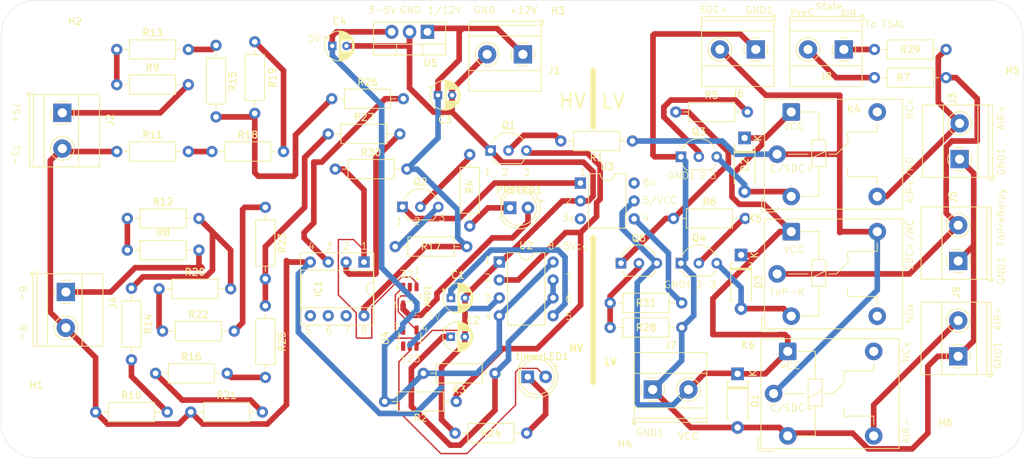
<source format=kicad_pcb>
(kicad_pcb (version 20240108) (generator "pcbnew") (generator_version "8.0")
  (layers (0 "F.Cu" signal) (31 "B.Cu" signal) (34 "B.Paste" user) (35 "F.Paste" user) (36 "B.SilkS" user "B.Silkscreen") (37 "F.SilkS" user "F.Silkscreen") (38 "B.Mask" user) (39 "F.Mask" user) (44 "Edge.Cuts" user))
  (net 0 "")
  (net 1 "Net-(U2-CV)")
  (net 2 "Net-(U2-DIS)")
  (net 3 "5V")
  (net 4 "Net-(D2-A)")
  (net 5 "Net-(D3-A)")
  (net 8 "+12V")
  (net 10 "AIR-VE")
  (net 11 "AIR+VE")
  (net 12 "GateO{slash}p")
  (net 13 "Net-(Q1-C)")
  (net 14 "Net-(Q1-B)")
  (net 15 "Net-(Q2-E)")
  (net 16 "Net-(Q2-B)")
  (net 17 "Net-(Q2-C)")
  (net 18 "Net-(Q3-B)")
  (net 19 "Net-(Q4-B)")
  (net 20 "ToPreChargeRelay")
  (net 21 "Main+veContactorOn")
  (net 22 "Net-(Q6-B)")
  (net 23 "SDC+")
  (net 25 "Net-(R12-Pad1)")
  (net 26 "Net-(R13-Pad1)")
  (net 27 "Net-(R10-Pad2)")
  (net 28 "Net-(R11-Pad2)")
  (net 29 "Net-(R12-Pad2)")
  (net 30 "Net-(R13-Pad2)")
  (net 31 "Net-(R15-Pad2)")
  (net 32 "Net-(R16-Pad2)")
  (net 33 "Net-(R16-Pad1)")
  (net 34 "Net-(R18-Pad2)")
  (net 35 "Net-(R20-Pad1)")
  (net 36 "Net-(R22-Pad2)")
  (net 37 "Net-(R23-Pad2)")
  (net 38 "Net-(timerLED1-K)")
  (net 39 "Net-(IC1-1IN+)")
  (net 40 "Net-(IC1-1IN-)")
  (net 41 "Net-(R28-Pad1)")
  (net 42 "ComparatorO{slash}p")
  (net 43 "o{slash}pToNOTgate")
  (net 44 "unconnected-(U3-Pad6)")
  (net 46 "o{slash}pToANDgate")
  (net 49 "GND1")
  (net 50 "VCC")
  (net 51 "GND")
  (net 52 "Net-(J2-Pin_1)")
  (net 53 "Net-(J4-Pin_1)")
  (net 54 "Net-(J8-Pin_2)")
  (net 55 "Net-(J8-Pin_1)")
  (net 56 "Net-(PRELED1-K)")
  (footprint "Package_TO_SOT_SMD:SOT-23-5" (layer "F.Cu") (at 154.5 104 90)
    (property "Reference" "U4")
    (property "Value" "74AHC1G04")
  )
  (footprint "Resistor_THT:R_Axial_DIN0207_L6.3mm_D2.5mm_P10.16mm_Horizontal" (layer "F.Cu") (at 142.92 75)
    (property "Reference" "R27")
    (property "Value" "1k")
  )
  (footprint "Package_TO_SOT_THT:TO-92_Inline_Wide" (layer "F.Cu") (at 153.46 85.36)
    (property "Reference" "Q2")
    (property "Value" "2N3904")
  )
  (footprint "Package_TO_SOT_THT:TO-220-3_Vertical" (layer "F.Cu") (at 157 60.5 180)
    (property "Reference" "U5")
    (property "Value" "L7805")
  )
  (footprint "Resistor_THT:R_Axial_DIN0207_L6.3mm_D2.5mm_P10.16mm_Horizontal" (layer "F.Cu") (at 114.42 91.5)
    (property "Reference" "R8")
    (property "Value" "22k")
  )
  (footprint "Resistor_THT:R_Axial_DIN0207_L6.3mm_D2.5mm_P10.16mm_Horizontal" (layer "F.Cu") (at 143.92 80)
    (property "Reference" "R30")
    (property "Value" "10k")
  )
  (footprint "Package_DIP:DIP-6_W7.62mm" (layer "F.Cu") (at 178.7 81.975)
    (property "Reference" "U3")
    (property "Value" "4N35")
  )
  (footprint "Resistor_THT:R_Axial_DIN0207_L6.3mm_D2.5mm_P10.16mm_Horizontal" (layer "F.Cu") (at 119.42 103)
    (property "Reference" "R22")
    (property "Value" "47k")
  )
  (footprint "MountingHole:MountingHole_4.3mm_M4" (layer "F.Cu") (at 236.5 116)
    (property "Reference" "H6")
    (property "Value" "MountingHole")
  )
  (footprint "Resistor_THT:R_Axial_DIN0207_L6.3mm_D2.5mm_P10.16mm_Horizontal" (layer "F.Cu") (at 118.42 109)
    (property "Reference" "R16")
    (property "Value" "6k")
  )
  (footprint "TerminalBlock_Phoenix:TerminalBlock_Phoenix_MKDS-1,5-2-5.08_1x02_P5.08mm_Horizontal" (layer "F.Cu") (at 188.955 111.305)
    (property "Reference" "J7")
    (property "Value" "SDC")
  )
  (footprint "Resistor_THT:R_Axial_DIN0207_L6.3mm_D2.5mm_P10.16mm_Horizontal" (layer "F.Cu") (at 152.42 91)
    (property "Reference" "R17")
    (property "Value" "1k")
  )
  (footprint "Resistor_THT:R_Axial_DIN0207_L6.3mm_D2.5mm_P10.16mm_Horizontal" (layer "F.Cu") (at 182.92 102.5)
    (property "Reference" "R31")
    (property "Value" "10k")
  )
  (footprint "Resistor_THT:R_Axial_DIN0207_L6.3mm_D2.5mm_P10.16mm_Horizontal" (layer "F.Cu") (at 161.08 113 180)
    (property "Reference" "R2")
    (property "Value" "1k")
  )
  (footprint "Capacitor_THT:CP_Radial_D4.0mm_P2.00mm" (layer "F.Cu") (at 160.3 103.8)
    (property "Reference" "C2")
    (property "Value" "10uF")
  )
  (footprint "SN74LVC1G08DBVRE4:SOT95P280X145-5N" (layer "F.Cu") (at 154.5 98 -90)
    (property "Reference" "AND1")
    (property "Value" "SN74LVC1G08DBVRE4")
  )
  (footprint "Resistor_THT:R_Axial_DIN0207_L6.3mm_D2.5mm_P10.16mm_Horizontal" (layer "F.Cu") (at 186.08 76 180)
    (property "Reference" "R1")
    (property "Value" "10k")
  )
  (footprint "Resistor_THT:R_Axial_DIN0207_L6.3mm_D2.5mm_P10.16mm_Horizontal" (layer "F.Cu") (at 160.92 117.5)
    (property "Reference" "R24")
    (property "Value" "220")
  )
  (footprint "Resistor_THT:R_Axial_DIN0207_L6.3mm_D2.5mm_P10.16mm_Horizontal" (layer "F.Cu") (at 118.92 97)
    (property "Reference" "R20")
    (property "Value" "220k")
  )
  (footprint "Capacitor_THT:CP_Radial_D4.0mm_P2.00mm" (layer "F.Cu") (at 143.5 62.5)
    (property "Reference" "C4")
    (property "Value" "1nF")
  )
  (footprint "Resistor_THT:R_Axial_DIN0207_L6.3mm_D2.5mm_P10.16mm_Horizontal" (layer "F.Cu") (at 112.92 63)
    (property "Reference" "R13")
    (property "Value" "47k")
  )
  (footprint "Resistor_THT:R_Axial_DIN0207_L6.3mm_D2.5mm_P10.16mm_Horizontal" (layer "F.Cu") (at 126.42 77.5)
    (property "Reference" "R18")
    (property "Value" "6k")
  )
  (footprint "Package_TO_SOT_THT:TO-92_Inline_Wide" (layer "F.Cu") (at 192.96 78.2425)
    (property "Reference" "Q3")
    (property "Value" "2N3904")
  )
  (footprint "TerminalBlock_Phoenix:TerminalBlock_Phoenix_MKDS-1,5-2-5.08_1x02_P5.08mm_Horizontal" (layer "F.Cu") (at 105.195 72 -90)
    (property "Reference" "J2")
    (property "Value" "Conn_01x02_Pin")
  )
  (footprint "Resistor_THT:R_Axial_DIN0207_L6.3mm_D2.5mm_P10.16mm_Horizontal" (layer "F.Cu") (at 192.2375 71.8825)
    (property "Reference" "R5")
    (property "Value" "1k")
  )
  (footprint "LED_THT:LED_D5.0mm_IRGrey" (layer "F.Cu") (at 168.725 85.5)
    (property "Reference" "PRELED1")
    (property "Value" "CQY99")
  )
  (footprint "Resistor_THT:R_Axial_DIN0207_L6.3mm_D2.5mm_P10.16mm_Horizontal" (layer "F.Cu") (at 109.92 114.5)
    (property "Reference" "R10")
    (property "Value" "330k")
  )
  (footprint "Resistor_THT:R_Axial_DIN0207_L6.3mm_D2.5mm_P10.16mm_Horizontal" (layer "F.Cu") (at 134 85.42 -90)
    (property "Reference" "R23")
    (property "Value" "20k")
  )
  (footprint "Resistor_THT:R_Axial_DIN0207_L6.3mm_D2.5mm_P10.16mm_Horizontal" (layer "F.Cu") (at 134 99.42 -90)
    (property "Reference" "R25")
    (property "Value" "12k")
  )
  (footprint "TerminalBlock_Phoenix:TerminalBlock_Phoenix_MKDS-1,5-2-5.08_1x02_P5.08mm_Horizontal" (layer "F.Cu") (at 232.305 93.045 90)
    (property "Reference" "J5")
    (property "Value" "ToPreChargeRelay")
  )
  (footprint "Resistor_THT:R_Axial_DIN0207_L6.3mm_D2.5mm_P10.16mm_Horizontal" (layer "F.Cu") (at 112.92 68)
    (property "Reference" "R9")
    (property "Value" "220k")
  )
  (footprint "TerminalBlock_Phoenix:TerminalBlock_Phoenix_MKDS-1,5-2-5.08_1x02_P5.08mm_Horizontal" (layer "F.Cu") (at 203.58 63 180)
    (property "Reference" "J6")
    (property "Value" "SDC")
  )
  (footprint "MountingHole:MountingHole_4.3mm_M4" (layer "F.Cu") (at 236.5 61)
    (property "Reference" "H5")
    (property "Value" "MountingHole")
  )
  (footprint "MountingHole:MountingHole_4.3mm_M4" (layer "F.Cu") (at 179.75 61)
    (property "Reference" "H3")
    (property "Value" "MountingHole")
  )
  (footprint "Diode_THT:D_A-405_P7.62mm_Horizontal" (layer "F.Cu") (at 201.5 92.19 -90)
    (property "Reference" "D3")
    (property "Value" "1N4148WT")
  )
  (footprint "Resistor_THT:R_Axial_DIN0207_L6.3mm_D2.5mm_P10.16mm_Horizontal" (layer "F.Cu") (at 166.58 109 180)
    (property "Reference" "R3")
    (property "Value" "272k")
  )
  (footprint "Package_TO_SOT_THT:TO-92_Inline_Wide" (layer "F.Cu") (at 165.96 77.36)
    (property "Reference" "Q1")
    (property "Value" "2N3904")
  )
  (footprint "TerminalBlock_Phoenix:TerminalBlock_Phoenix_MKDS-1,5-2-5.08_1x02_P5.08mm_Horizontal" (layer "F.Cu") (at 170.545 63.695 180)
    (property "Reference" "J1")
    (property "Value" "Conn_01x02_Pin")
  )
  (footprint "Package_DIP:DIP-8_W7.62mm" (layer "F.Cu") (at 167.2 93.2)
    (property "Reference" "U2")
    (property "Value" "NE555D")
  )
  (footprint "Package_TO_SOT_THT:TO-92_Inline_Wide" (layer "F.Cu") (at 192.96 93.36)
    (property "Reference" "Q4")
    (property "Value" "2N3904")
  )
  (footprint "Resistor_THT:R_Axial_DIN0207_L6.3mm_D2.5mm_P10.16mm_Horizontal" (layer "F.Cu") (at 163 88.08 90)
    (property "Reference" "R4")
    (property "Value" "1k")
  )
  (footprint "Package_TO_SOT_THT:TO-92_Inline_Wide" (layer "F.Cu") (at 184.46 93.36)
    (property "Reference" "Q6")
    (property "Value" "2N3904")
  )
  (footprint "Resistor_THT:R_Axial_DIN0207_L6.3mm_D2.5mm_P10.16mm_Horizontal" (layer "F.Cu") (at 143.42 70)
    (property "Reference" "R26")
    (property "Value" "1k")
  )
  (footprint "Package_DIP:DIP-8_W7.62mm_Socket" (layer "F.Cu") (at 148 93.2 -90)
    (property "Reference" "IC1")
    (property "Value" "LM393AN")
  )
  (footprint "Resistor_THT:R_Axial_DIN0207_L6.3mm_D2.5mm_P10.16mm_Horizontal" (layer "F.Cu") (at 191.92 87)
    (property "Reference" "R6")
    (property "Value" "1k")
  )
  (footprint "Resistor_THT:R_Axial_DIN0207_L6.3mm_D2.5mm_P10.16mm_Horizontal" (layer "F.Cu") (at 127 62.42 -90)
    (property "Reference" "R15")
    (property "Value" "20k")
  )
  (footprint "TerminalBlock_Phoenix:TerminalBlock_Phoenix_MKDS-1,5-2-5.08_1x02_P5.08mm_Horizontal" (layer "F.Cu") (at 105.695 97.455 -90)
    (property "Reference" "J4")
    (property "Value" "Conn_01x02_Pin")
  )
  (footprint "Resistor_THT:R_Axial_DIN0207_L6.3mm_D2.5mm_P10.16mm_Horizontal" (layer "F.Cu") (at 123.42 114.5)
    (property "Reference" "R21")
    (property "Value" "1k")
  )
  (footprint "Relay_THT:Relay_SPDT_Hongfa_HF3F-L-xx-1ZL1T" (layer "F.Cu") (at 208.6175 71.8825)
    (property "Reference" "K4")
    (property "Value" "SRD-12VDC-SL-C")
  )
  (footprint "Resistor_THT:R_Axial_DIN0207_L6.3mm_D2.5mm_P10.16mm_Horizontal" (layer "F.Cu") (at 193.08 99 180)
    (property "Reference" "R28")
    (property "Value" "4k")
  )
  (footprint "Resistor_THT:R_Axial_DIN0207_L6.3mm_D2.5mm_P10.16mm_Horizontal" (layer "F.Cu") (at 132.5 72.08 90)
    (property "Reference" "R19")
    (property "Value" "12k")
  )
  (footprint "Resistor_THT:R_Axial_DIN0207_L6.3mm_D2.5mm_P10.16mm_Horizontal" (layer "F.Cu") (at 230.58 67 180)
    (property "Reference" "R7")
    (property "Value" "1k")
  )
  (footprint "Resistor_THT:R_Axial_DIN0207_L6.3mm_D2.5mm_P10.16mm_Horizontal" (layer "F.Cu") (at 115 96.92 -90)
    (property "Reference" "R14")
    (property "Value" "470k")
  )
  (footprint "Resistor_THT:R_Axial_DIN0207_L6.3mm_D2.5mm_P10.16mm_Horizontal" (layer "F.Cu") (at 112.92 77.5)
    (property "Reference" "R11")
    (property "Value" "1k")
  )
  (footprint "MountingHole:MountingHole_4.3mm_M4" (layer "F.Cu") (at 101.5 61)
    (property "Reference" "H2")
    (property "Value" "MountingHole")
  )
  (footprint "Relay_THT:Relay_SPDT_Hongfa_HF3F-L-xx-1ZL1T" (layer "F.Cu") (at 208.6175 88.8825)
    (property "Reference" "K5")
    (property "Value" "SRD-12VDC-SL-C")
  )
  (footprint "MountingHole:MountingHole_4.3mm_M4" (layer "F.Cu") (at 179.75 116)
    (property "Reference" "H4")
    (property "Value" "MountingHole")
  )
  (footprint "Relay_THT:Relay_SPDT_Hongfa_HF3F-L-xx-1ZL1T" (layer "F.Cu") (at 208.1175 105.8825)
    (property "Reference" "K6")
    (property "Value" "SRD-12VDC-SL-C")
  )
  (footprint "TerminalBlock_Phoenix:TerminalBlock_Phoenix_MKDS-1,5-2-5.08_1x02_P5.08mm_Horizontal" (layer "F.Cu") (at 232.5 78.58 90)
    (property "Reference" "J3")
    (property "Value" "AIR+VE")
  )
  (footprint "TerminalBlock_Phoenix:TerminalBlock_Phoenix_MKDS-1,5-2-5.08_1x02_P5.08mm_Horizontal" (layer "F.Cu") (at 232.305 106.58 90)
    (property "Reference" "J9")
    (property "Value" "AIR-VE")
  )
  (footprint "Diode_THT:D_A-405_P7.62mm_Horizontal" (layer "F.Cu") (at 201 109.0725 -90)
    (property "Reference" "D1")
    (property "Value" "1N4148WT")
  )
  (footprint "Resistor_THT:R_Axial_DIN0207_L6.3mm_D2.5mm_P10.16mm_Horizontal" (layer "F.Cu") (at 220.42 63)
    (property "Reference" "R29")
    (property "Value" "1k")
  )
  (footprint "LED_THT:LED_D5.0mm_IRGrey" (layer "F.Cu") (at 171.225 109.5)
    (property "Reference" "timerLED1")
    (property "Value" "CQY99")
  )
  (footprint "Capacitor_THT:CP_Radial_D4.0mm_P2.00mm" (layer "F.Cu") (at 158.5 69.5)
    (property "Reference" "C3")
    (property "Value" "10uF")
  )
  (footprint "Resistor_THT:R_Axial_DIN0207_L6.3mm_D2.5mm_P10.16mm_Horizontal" (layer "F.Cu") (at 114.42 87)
    (property "Reference" "R12")
    (property "Value" "12k")
  )
  (footprint "TerminalBlock_Phoenix:TerminalBlock_Phoenix_MKDS-1,5-2-5.08_1x02_P5.08mm_Horizontal" (layer "F.Cu") (at 216.08 63 180)
    (property "Reference" "J8")
    (property "Value" "To TSAL")
  )
  (footprint "Capacitor_THT:CP_Radial_D4.0mm_P2.00mm" (layer "F.Cu") (at 160.3274 98.3)
    (property "Reference" "C1")
    (property "Value" "10nF")
  )
  (footprint "Diode_THT:D_A-405_P7.62mm_Horizontal" (layer "F.Cu") (at 202 75.5725 -90)
    (property "Reference" "D2")
    (property "Value" "1N4148WT")
  )
  (footprint "MountingHole:MountingHole_4.3mm_M4" (layer "F.Cu") (at 101.5 116)
    (property "Reference" "H1")
    (property "Value" "MountingHole")
  )
  (gr_line (start 180.5 89.75) (end 180.5 110.25) (stroke (width 0.8)) (layer "F.SilkS"))
  (gr_line (start 180.5 66) (end 180.5 74) (stroke (width 0.8)) (layer "F.SilkS"))
  (gr_line (start 96.5 61) (end 96.5 116) (stroke (width 0.05)) (layer "Edge.Cuts"))
  (gr_line (start 101.5 121) (end 236.5 121) (stroke (width 0.05)) (layer "Edge.Cuts"))
  (gr_line (start 241.5 61) (end 241.5 116) (stroke (width 0.05)) (layer "Edge.Cuts"))
  (gr_arc (start 241.5 116) (mid 240.035534 119.535534) (end 236.5 121) (stroke (width 0.05)) (layer "Edge.Cuts"))
  (gr_line (start 101.5 56) (end 236.5 56) (stroke (width 0.05)) (layer "Edge.Cuts"))
  (gr_arc (start 236.5 56) (mid 240.035534 57.464466) (end 241.5 61) (stroke (width 0.05)) (layer "Edge.Cuts"))
  (gr_arc (start 96.5 61) (mid 97.964466 57.464466) (end 101.5 56) (stroke (width 0.05)) (layer "Edge.Cuts"))
  (gr_arc (start 101.5 121) (mid 97.964466 119.535534) (end 96.5 116) (stroke (width 0.05)) (layer "Edge.Cuts"))
  (gr_text "8-5Vcc" (at 174 91.5 0) (layer "F.SilkS") (effects (font (size 1 1) (thickness 0.1)) (justify left bottom)))
  (gr_text "5/5V" (at 155 101.5 0) (layer "F.SilkS") (effects (font (size 1 1) (thickness 0.05)) (justify left bottom)))
  (gr_text "ToPreRelay" (at 239 91 90) (layer "F.SilkS") (effects (font (size 1 1) (thickness 0.1)) (justify left bottom)))
  (gr_text "5" (at 176.5 101.5 0) (layer "F.SilkS") (effects (font (size 1 1) (thickness 0.1)) (justify left bottom)))
  (gr_text "2" (at 176.5 85 0) (layer "F.SilkS") (effects (font (size 1 1) (thickness 0.09)) (justify left bottom)))
  (gr_text "1" (at 153 107.5 0) (layer "F.SilkS") (effects (font (size 1 1) (thickness 0.1)) (justify left bottom)))
  (gr_text "AIR+/NO" (at 226 85 90) (layer "F.SilkS") (effects (font (size 1 1) (thickness 0.1)) (justify left bottom)))
  (gr_text "HV" (at 175.5 71.5 0) (layer "F.SilkS") (effects (font (size 2 2) (thickness 0.25) (bold yes)) (justify left bottom)))
  (gr_text "HV" (at 177 106 0) (layer "F.SilkS") (effects (font (size 1 1) (thickness 0.25) (bold yes)) (justify left bottom)))
  (gr_text "2" (at 154 95.5 0) (layer "F.SilkS") (effects (font (size 1 1) (thickness 0.1)) (justify left bottom)))
  (gr_text "VCC" (at 207 108.5 0) (layer "F.SilkS") (effects (font (size 1 1) (thickness 0.1)) (justify left bottom)))
  (gr_text "4" (at 165 101.5 0) (layer "F.SilkS") (effects (font (size 1 1) (thickness 0.1)) (justify left bottom)))
  (gr_text "+" (at 174.5 108.5 0) (layer "F.SilkS") (effects (font (size 1 1) (thickness 0.1)) (justify left bottom)))
  (gr_text "ToP-R" (at 205.5 98 0) (layer "F.SilkS") (effects (font (size 1 1) (thickness 0.1)) (justify left bottom)))
  (gr_text "4" (at 187.5 87.5 0) (layer "F.SilkS") (effects (font (size 1 1) (thickness 0.1)) (justify left bottom)))
  (gr_text "1" (at 165 81 0) (layer "F.SilkS") (effects (font (size 1 1) (thickness 0.1)) (justify left bottom)))
  (gr_text "3" (at 165 99 0) (layer "F.SilkS") (effects (font (size 1 1) (thickness 0.1)) (justify left bottom)))
  (gr_text "GND" (at 153 58 0) (layer "F.SilkS") (effects (font (size 1 1) (thickness 0.1)) (justify left bottom)))
  (gr_text "7" (at 145 103.5 0) (layer "F.SilkS") (effects (font (size 1 1) (thickness 0.1)) (justify left bottom)))
  (gr_text "3x" (at 176 87.5 0) (layer "F.SilkS") (effects (font (size 1 1) (thickness 0.1)) (justify left bottom)))
  (gr_text "2" (at 155 88 0) (layer "F.SilkS") (effects (font (size 1 1) (thickness 0.1)) (justify left bottom)))
  (gr_text "SDC+/NC" (at 226 94.5 90) (layer "F.SilkS") (effects (font (size 1 1) (thickness 0.1)) (justify left bottom)))
  (gr_text "8" (at 147.5 103.5 0) (layer "F.SilkS") (effects (font (size 1 1) (thickness 0.1)) (justify left bottom)))
  (gr_text "VCC" (at 207.5 74.5 0) (layer "F.SilkS") (effects (font (size 1 1) (thickness 0.1)) (justify left bottom)))
  (gr_text "3-5V" (at 148.5 58 0) (layer "F.SilkS") (effects (font (size 1 1) (thickness 0.1)) (justify left bottom)))
  (gr_text "6x" (at 187.5 82.5 0) (layer "F.SilkS") (effects (font (size 1 1) (thickness 0.1)) (justify left bottom)))
  (gr_text "SDC+" (at 195.45 57.9 0) (layer "F.SilkS") (effects (font (size 1 1) (thickness 0.1)) (justify left bottom)))
  (gr_text "GND1" (at 238.5 108.5 90) (layer "F.SilkS") (effects (font (size 1 1) (thickness 0.1)) (justify left bottom)))
  (gr_text "C/SDC+" (at 205.5 114.5 0) (layer "F.SilkS") (effects (font (size 1 1) (thickness 0.1)) (justify left bottom)))
  (gr_text "5" (at 139.5 103.5 0) (layer "F.SilkS") (effects (font (size 1 1) (thickness 0.1)) (justify left bottom)))
  (gr_text "1" (at 152.5 88 0) (layer "F.SilkS") (effects (font (size 1 1) (thickness 0.1)) (justify left bottom)))
  (gr_text "6" (at 142.5 103.5 0) (layer "F.SilkS") (effects (font (size 1 1) (thickness 0.1)) (justify left bottom)))
  (gr_text "LV" (at 181.5 71.5 0) (layer "F.SilkS") (effects (font (size 2 2) (thickness 0.25) (bold yes)) (justify left bottom)))
  (gr_text "5/VCC" (at 187.5 85 0) (layer "F.SilkS") (effects (font (size 1 1) (thickness 0.1)) (justify left bottom)))
  (gr_text "3" (at 155 107.5 0) (layer "F.SilkS") (effects (font (size 1 1) (thickness 0.1)) (justify left bottom)))
  (gr_text "GND" (at 163.5 58 0) (layer "F.SilkS") (effects (font (size 1 1) (thickness 0.1)) (justify left bottom)))
  (gr_text "GND1" (at 191 81.5 0) (layer "F.SilkS") (effects (font (size 1 1) (thickness 0.1)) (justify left bottom)))
  (gr_text "B-" (at 99 102 -90) (layer "F.SilkS") (effects (font (size 1 1) (thickness 0.1)) (justify left bottom)))
  (gr_text "GND1" (at 186.5 118 0) (layer "F.SilkS") (effects (font (size 1 1) (thickness 0.1)) (justify left bottom)))
  (gr_text "1" (at 155 95 0) (layer "F.SilkS") (effects (font (size 1 1) (thickness 0.1)) (justify left bottom)))
  (gr_text "1/12V" (at 157 58 0) (layer "F.SilkS") (effects (font (size 1 1) (thickness 0.1)) (justify left bottom)))
  (gr_text "2" (at 195 97 0) (layer "F.SilkS") (effects (font (size 1 1) (thickness 0.1)) (justify left bottom)))
  (gr_text "TS-" (at 98 76.5 -90) (layer "F.SilkS") (effects (font (size 1 1) (thickness 0.1)) (justify left bottom)))
  (gr_text "4" (at 140 91.5 0) (layer "F.SilkS") (effects (font (size 1 1) (thickness 0.1)) (justify left bottom)))
  (gr_text "B+" (at 99 96.5 -90) (layer "F.SilkS") (effects (font (size 1 1) (thickness 0.1)) (justify left bottom)))
  (gr_text "3" (at 158.5 87.5 0) (layer "F.SilkS") (effects (font (size 1 1) (thickness 0.1)) (justify left bottom)))
  (gr_text "5V" (at 140 62 0) (layer "F.SilkS") (effects (font (size 1 1) (thickness 0.1)) (justify left bottom)))
  (gr_text "VCC" (at 192.5 118.5 0) (layer "F.SilkS") (effects (font (size 1 1) (thickness 0.1)) (justify left bottom)))
  (gr_text "3" (at 197 81.5 0) (layer "F.SilkS") (effects (font (size 1 1) (thickness 0.1)) (justify left bottom)))
  (gr_text "TS+" (at 98 70.5 -90) (layer "F.SilkS") (effects (font (size 1 1) (thickness 0.1)) (justify left bottom)))
  (gr_text "VCC" (at 207.5 92 0) (layer "F.SilkS") (effects (font (size 1 1) (thickness 0.1)) (justify left bottom)))
  (gr_text "NOx" (at 226 102 90) (layer "F.SilkS") (effects (font (size 1 1) (thickness 0.1)) (justify left bottom)))
  (gr_text "LV" (at 182 108 0) (layer "F.SilkS") (effects (font (size 1 1) (thickness 0.25) (bold yes)) (justify left bottom)))
  (gr_text "AIR" (at 215.5 58.5 0) (layer "F.SilkS") (effects (font (size 1 1) (thickness 0.1)) (justify left bottom)))
  (gr_text "6" (at 176.5 99 0) (layer "F.SilkS") (effects (font (size 1 1) (thickness 0.1)) (justify left bottom)))
  (gr_text "AIR-" (at 225.5 119 90) (layer "F.SilkS") (effects (font (size 1 1) (thickness 0.1)) (justify left bottom)))
  (gr_text "4" (at 152 100 0) (layer "F.SilkS") (effects (font (size 1 1) (thickness 0.1)) (justify left bottom)))
  (gr_text "1" (at 178.5 81 0) (layer "F.SilkS") (effects (font (size 1 1) (thickness 0.1)) (justify left bottom)))
  (gr_text "+12V" (at 168.5 58 0) (layer "F.SilkS") (effects (font (size 1 1) (thickness 0.125)) (justify left bottom)))
  (gr_text "4" (at 156.06 103.2 0) (layer "F.SilkS") (effects (font (size 1 1) (thickness 0.1)) (justify left bottom)))
  (gr_text "GND1" (at 239 81 90) (layer "F.SilkS") (effects (font (size 1 1) (thickness 0.1)) (justify left bottom)))
  (gr_text "NCx" (at 225.5 107.5 90) (layer "F.SilkS") (effects (font (size 1 1) (thickness 0.1)) (justify left bottom)))
  (gr_text "3" (at 170.5 81 0) (layer "F.SilkS") (effects (font (size 1 1) (thickness 0.1)) (justify left bottom)))
  (gr_text "2" (at 154 107.5 0) (layer "F.SilkS") (effects (font (size 1 1) (thickness 0.1)) (justify left bottom)))
  (gr_text "2" (at 165 96 0) (layer "F.SilkS") (effects (font (size 1 1) (thickness 0.1)) (justify left bottom)))
  (gr_text "1" (at 165 93.5 0) (layer "F.SilkS") (effects (font (size 1 1) (thickness 0.1)) (justify left bottom)))
  (gr_text "7" (at 176.5 96 0) (layer "F.SilkS") (effects (font (size 1 1) (thickness 0.1)) (justify left bottom)))
  (gr_text "5" (at 152 103 0) (layer "F.SilkS") (effects (font (size 1 1) (thickness 0.1)) (justify left bottom)))
  (gr_text "AIR-" (at 238.5 103 90) (layer "F.SilkS") (effects (font (size 1 1) (thickness 0.1)) (justify left bottom)))
  (gr_text "PreC" (at 208.4 58.34 0) (layer "F.SilkS") (effects (font (size 1 1) (thickness 0.1)) (justify left bottom)))
  (gr_text "3" (at 197 97 0) (layer "F.SilkS") (effects (font (size 1 1) (thickness 0.1)) (justify left bottom)))
  (gr_text "3" (at 153 95.5 0) (layer "F.SilkS") (effects (font (size 1 1) (thickness 0.125)) (justify left bottom)))
  (gr_text "NCx" (at 226 73 90) (layer "F.SilkS") (effects (font (size 1 1) (thickness 0.1)) (justify left bottom)))
  (gr_text "C/SDC+" (at 205.5 80.5 0) (layer "F.SilkS") (effects (font (size 1 1) (thickness 0.1)) (justify left bottom)))
  (gr_text "GND1" (at 202 58 0) (layer "F.SilkS") (effects (font (size 1 1) (thickness 0.1)) (justify left bottom)))
  (gr_text "GND1" (at 239 96.5 90) (layer "F.SilkS") (effects (font (size 1 1) (thickness 0.1)) (justify left bottom)))
  (gr_text "2" (at 145 91.5 0) (layer "F.SilkS") (effects (font (size 1 1) (thickness 0.1)) (justify left bottom)))
  (gr_text "GND1" (at 190.5 97 0) (layer "F.SilkS") (effects (font (size 1 1) (thickness 0.1)) (justify left bottom)))
  (gr_text "To TSAL" (at 219 60 0) (layer "F.SilkS") (effects (font (size 1 1) (thickness 0.1)) (justify left bottom)))
  (gr_text "2" (at 167.5 81 0) (layer "F.SilkS") (effects (font (size 1 1) (thickness 0.1)) (justify left bottom)))
  (gr_text "3" (at 142.5 91.5 0) (layer "F.SilkS") (effects (font (size 1 1) (thickness 0.1)) (justify left bottom)))
  (gr_text "+" (at 172.5 85 0) (layer "F.SilkS") (effects (font (size 1 1) (thickness 0.1)) (justify left bottom)))
  (gr_text "2" (at 195.5 81.5 0) (layer "F.SilkS") (effects (font (size 1 1) (thickness 0.1)) (justify left bottom)))
  (gr_text "State" (at 212 57.5 0) (layer "F.SilkS") (effects (font (size 1 1) (thickness 0.1)) (justify left bottom)))
  (gr_text "AIR+" (at 239 74.5 90) (layer "F.SilkS") (effects (font (size 1 1) (thickness 0.1)) (justify left bottom)))
  (gr_text "1" (at 147.5 91.5 0) (layer "F.SilkS") (effects (font (size 1 1) (thickness 0.1)) (justify left bottom)))
  (segment (start 176.52 99.12) (end 176.52 92.495836) (width 0.8) (layer "B.Cu") (net 1))
  (segment (start 166 91.5) (end 160.3274 97.1726) (width 0.8) (layer "B.Cu") (net 1))
  (segment (start 174.82 100.82) (end 176.52 99.12) (width 0.8) (layer "B.Cu") (net 1))
  (segment (start 175.524164 91.5) (end 166 91.5) (width 0.8) (layer "B.Cu") (net 1))
  (segment (start 160.3274 97.1726) (end 160.3274 98.3) (width 0.8) (layer "B.Cu") (net 1))
  (segment (start 176.52 92.495836) (end 175.524164 91.5) (width 0.8) (layer "B.Cu") (net 1))
  (segment (start 160.215836 119.2) (end 154.72 113.704164) (width 0.8) (layer "F.Cu") (net 2))
  (segment (start 159.2 103.8) (end 160.3 103.8) (width 0.8) (layer "F.Cu") (net 2))
  (segment (start 154.72 108.28) (end 159.2 103.8) (width 0.8) (layer "F.Cu") (net 2))
  (segment (start 161.624164 119.2) (end 160.215836 119.2) (width 0.8) (layer "F.Cu") (net 2))
  (segment (start 166.58 109) (end 166.58 114.244164) (width 0.8) (layer "F.Cu") (net 2))
  (segment (start 166.58 114.244164) (end 161.624164 119.2) (width 0.8) (layer "F.Cu") (net 2))
  (segment (start 154.72 113.704164) (end 154.72 108.28) (width 0.8) (layer "F.Cu") (net 2))
  (segment (start 168.5 107.08) (end 168.5 104.6) (width 0.8) (layer "B.Cu") (net 2))
  (segment (start 174.82 98.28) (end 174.82 95.74) (width 0.8) (layer "B.Cu") (net 2))
  (segment (start 168.5 104.6) (end 174.82 98.28) (width 0.8) (layer "B.Cu") (net 2))
  (segment (start 166.58 109) (end 168.5 107.08) (width 0.8) (layer "B.Cu") (net 2))
  (segment (start 143.5 61.1) (end 144.1 60.5) (width 0.8) (layer "F.Cu") (net 3))
  (segment (start 144.1 60.5) (end 151.92 60.5) (width 0.8) (layer "F.Cu") (net 3))
  (segment (start 143.5 62.5) (end 143.5 61.1) (width 0.8) (layer "F.Cu") (net 3))
  (segment (start 150.92 105.08) (end 150.92 113) (width 0.8) (layer "B.Cu") (net 3))
  (segment (start 155.5 100) (end 153.5 102) (width 0.8) (layer "B.Cu") (net 3))
  (segment (start 150.5 94) (end 155.5 99) (width 0.8) (layer "B.Cu") (net 3))
  (segment (start 153.5 102.5) (end 150.92 105.08) (width 0.8) (layer "B.Cu") (net 3))
  (segment (start 153.5 102) (end 153.5 102.5) (width 0.8) (layer "B.Cu") (net 3))
  (segment (start 150.5 70.9) (end 150.5 94) (width 0.8) (layer "B.Cu") (net 3))
  (segment (start 156.42 109) (end 164 109) (width 0.8) (layer "B.Cu") (net 3))
  (segment (start 152.42 113) (end 156.42 109) (width 0.8) (layer "B.Cu") (net 3))
  (segment (start 150.92 113) (end 152.42 113) (width 0.8) (layer "B.Cu") (net 3))
  (segment (start 155.5 99) (end 155.5 100) (width 0.8) (layer "B.Cu") (net 3))
  (segment (start 143.5 62.5) (end 143.5 63.9) (width 0.8) (layer "B.Cu") (net 3))
  (segment (start 167.2 105.8) (end 167.2 100.82) (width 0.8) (layer "B.Cu") (net 3))
  (segment (start 143.5 63.9) (end 150.5 70.9) (width 0.8) (layer "B.Cu") (net 3))
  (segment (start 164 109) (end 167.2 105.8) (width 0.8) (layer "B.Cu") (net 3))
  (segment (start 167.2 100.82) (end 174.82 93.2) (width 0.8) (layer "B.Cu") (net 3))
  (segment (start 207.9275 83.1925) (end 208.6175 83.8825) (width 0.8) (layer "F.Cu") (net 4))
  (segment (start 202 83.1925) (end 207.9275 83.1925) (width 0.8) (layer "F.Cu") (net 4))
  (segment (start 202 83.1925) (end 202 82.2025) (width 0.8) (layer "B.Cu") (net 4))
  (segment (start 202 82.2025) (end 198.04 78.2425) (width 0.8) (layer "B.Cu") (net 4))
  (segment (start 207.545 99.81) (end 208.6175 100.8825) (width 0.8) (layer "F.Cu") (net 5))
  (segment (start 201.5 99.81) (end 207.545 99.81) (width 0.8) (layer "F.Cu") (net 5))
  (segment (start 201.5 99.81) (end 201.5 96.82) (width 0.8) (layer "B.Cu") (net 5))
  (segment (start 201.5 96.82) (end 198.04 93.36) (width 0.8) (layer "B.Cu") (net 5))
  (segment (start 148 100.82) (end 148 99.68863) (width 0.8) (layer "F.Cu") (net 8))
  (segment (start 166.85 60) (end 162 60) (width 0.8) (layer "F.Cu") (net 8))
  (segment (start 148 99.68863) (end 156.68863 91) (width 0.8) (layer "F.Cu") (net 8))
  (segment (start 158.5 69.5) (end 158.5 67.5) (width 0.8) (layer "F.Cu") (net 8))
  (segment (start 162 60) (end 157.5 60) (width 0.8) (layer "F.Cu") (net 8))
  (segment (start 158.5 67.5) (end 161.5 64.5) (width 0.8) (layer "F.Cu") (net 8))
  (segment (start 170.545 63.695) (end 166.85 60) (width 0.8) (layer "F.Cu") (net 8))
  (segment (start 161.5 64.5) (end 161.5 60.5) (width 0.8) (layer "F.Cu") (net 8))
  (segment (start 157.5 60) (end 157 60.5) (width 0.8) (layer "F.Cu") (net 8))
  (segment (start 161.5 60.5) (end 162 60) (width 0.8) (layer "F.Cu") (net 8))
  (segment (start 156.68863 91) (end 162.58 91) (width 0.8) (layer "F.Cu") (net 8))
  (segment (start 154.08 80) (end 155.513453 80) (width 0.8) (layer "B.Cu") (net 8))
  (segment (start 158.5 75.58) (end 158.5 69.5) (width 0.8) (layer "B.Cu") (net 8))
  (segment (start 161.3 85.786547) (end 161.3 89.72) (width 0.8) (layer "B.Cu") (net 8))
  (segment (start 161.3 89.72) (end 162.58 91) (width 0.8) (layer "B.Cu") (net 8))
  (segment (start 154.08 80) (end 158.5 75.58) (width 0.8) (layer "B.Cu") (net 8))
  (segment (start 155.513453 80) (end 161.3 85.786547) (width 0.8) (layer "B.Cu") (net 8))
  (segment (start 220.3175 113.4875) (end 220.3175 117.8825) (width 0.8) (layer "F.Cu") (net 10))
  (segment (start 232.305 101.5) (end 220.3175 113.4875) (width 0.8) (layer "F.Cu") (net 10))
  (segment (start 229.48 70.48) (end 232.5 73.5) (width 0.8) (layer "F.Cu") (net 11))
  (segment (start 230.58 63) (end 229.48 64.1) (width 0.8) (layer "F.Cu") (net 11))
  (segment (start 222.1175 83.8825) (end 220.8175 83.8825) (width 0.8) (layer "F.Cu") (net 11))
  (segment (start 229.48 64.1) (end 229.48 70.48) (width 0.8) (layer "F.Cu") (net 11))
  (segment (start 232.5 73.5) (end 232.440101 73.5) (width 0.8) (layer "F.Cu") (net 11))
  (segment (start 232.5 73.5) (end 222.1175 83.8825) (width 0.8) (layer "F.Cu") (net 11))
  (segment (start 171.265 87.56) (end 169.067082 89.757918) (width 0.8) (layer "F.Cu") (net 12))
  (segment (start 166.226246 89.757918) (end 158.343688 97.640476) (width 0.8) (layer "F.Cu") (net 12))
  (segment (start 153.55 99.859999) (end 153.55 99.255) (width 0.8) (layer "F.Cu") (net 12))
  (segment (start 154.450001 100.76) (end 153.55 99.859999) (width 0.8) (layer "F.Cu") (net 12))
  (segment (start 169.067082 89.757918) (end 166.226246 89.757918) (width 0.8) (layer "F.Cu") (net 12))
  (segment (start 158.343688 97.640476) (end 158.343688 98.451788) (width 0.8) (layer "F.Cu") (net 12))
  (segment (start 156.035476 100.76) (end 154.450001 100.76) (width 0.8) (layer "F.Cu") (net 12))
  (segment (start 158.343688 98.451788) (end 156.035476 100.76) (width 0.8) (layer "F.Cu") (net 12))
  (segment (start 171.265 85.5) (end 171.265 87.56) (width 0.8) (layer "F.Cu") (net 12))
  (segment (start 167.2 95.74) (end 169.875836 95.74) (width 0.8) (layer "F.Cu") (net 13))
  (segment (start 181.5 84.260584) (end 181 84.760584) (width 0.8) (layer "F.Cu") (net 13))
  (segment (start 178.734899 99.309265) (end 172.544164 105.5) (width 0.8) (layer "F.Cu") (net 13))
  (segment (start 179.673478 77.71) (end 181.5 79.536522) (width 0.8) (layer "F.Cu") (net 13))
  (segment (start 172.544164 105.5) (end 167.675836 105.5) (width 0.8) (layer "F.Cu") (net 13))
  (segment (start 167.675836 105.5) (end 161.08 112.095836) (width 0.8) (layer "F.Cu") (net 13))
  (segment (start 176.615836 89) (end 178.734899 89) (width 0.8) (layer "F.Cu") (net 13))
  (segment (start 181.5 79.536522) (end 181.5 84.260584) (width 0.8) (layer "F.Cu") (net 13))
  (segment (start 171.39 77.71) (end 179.673478 77.71) (width 0.8) (layer "F.Cu") (net 13))
  (segment (start 171.04 77.36) (end 171.39 77.71) (width 0.8) (layer "F.Cu") (net 13))
  (segment (start 169.875836 95.74) (end 176.615836 89) (width 0.8) (layer "F.Cu") (net 13))
  (segment (start 178.734899 89) (end 181 86.734899) (width 0.8) (layer "F.Cu") (net 13))
  (segment (start 178.734899 89) (end 178.734899 99.309265) (width 0.8) (layer "F.Cu") (net 13))
  (segment (start 161.08 112.095836) (end 161.08 113) (width 0.8) (layer "F.Cu") (net 13))
  (segment (start 181 86.734899) (end 181 84.760584) (width 0.8) (layer "F.Cu") (net 13))
  (segment (start 175.120001 75.200001) (end 170.659999 75.200001) (width 0.8) (layer "F.Cu") (net 14))
  (segment (start 175.92 76) (end 175.120001 75.200001) (width 0.8) (layer "F.Cu") (net 14))
  (segment (start 170.659999 75.200001) (end 168.5 77.36) (width 0.8) (layer "F.Cu") (net 14))
  (segment (start 166.525 81.975) (end 178.7 81.975) (width 0.8) (layer "F.Cu") (net 15))
  (segment (start 153.46 85.36) (end 155.11 87.01) (width 0.8) (layer "F.Cu") (net 15))
  (segment (start 155.11 87.01) (end 161.49 87.01) (width 0.8) (layer "F.Cu") (net 15))
  (segment (start 161.49 87.01) (end 166.525 81.975) (width 0.8) (layer "F.Cu") (net 15))
  (segment (start 156 85.36) (end 163 78.36) (width 0.8) (layer "F.Cu") (net 16))
  (segment (start 163 78.36) (end 163 77.92) (width 0.8) (layer "F.Cu") (net 16))
  (segment (start 152.9 91) (end 152.42 91) (width 0.8) (layer "B.Cu") (net 17))
  (segment (start 158.54 85.36) (end 152.9 91) (width 0.8) (layer "B.Cu") (net 17))
  (segment (start 190.5375 71.178336) (end 190.5375 72.586664) (width 0.8) (layer "F.Cu") (net 18))
  (segment (start 200.6975 70.1825) (end 191.533336 70.1825) (width 0.8) (layer "F.Cu") (net 18))
  (segment (start 195.5 77.549164) (end 195.5 78.2425) (width 0.8) (layer "F.Cu") (net 18))
  (segment (start 202.3975 71.8825) (end 200.6975 70.1825) (width 0.8) (layer "F.Cu") (net 18))
  (segment (start 190.5375 72.586664) (end 195.5 77.549164) (width 0.8) (layer "F.Cu") (net 18))
  (segment (start 191.533336 70.1825) (end 190.5375 71.178336) (width 0.8) (layer "F.Cu") (net 18))
  (segment (start 202.08 87) (end 201.86 87) (width 0.8) (layer "F.Cu") (net 19))
  (segment (start 201.86 87) (end 195.5 93.36) (width 0.8) (layer "F.Cu") (net 19))
  (segment (start 230.6 76.814214) (end 231.414214 76) (width 0.8) (layer "F.Cu") (net 20))
  (segment (start 235 70) (end 232 67) (width 0.8) (layer "F.Cu") (net 20))
  (segment (start 225.3875 94.8825) (end 206.6175 94.8825) (width 0.8) (layer "F.Cu") (net 20))
  (segment (start 232.305 87.965) (end 230.6 86.26) (width 0.8) (layer "F.Cu") (net 20))
  (segment (start 232.305 87.965) (end 225.3875 94.8825) (width 0.8) (layer "F.Cu") (net 20))
  (segment (start 232 67) (end 230.58 67) (width 0.8) (layer "F.Cu") (net 20))
  (segment (start 235 76) (end 235 70) (width 0.8) (layer "F.Cu") (net 20))
  (segment (start 231.414214 76) (end 235 76) (width 0.8) (layer "F.Cu") (net 20))
  (segment (start 230.6 86.26) (end 230.6 76.814214) (width 0.8) (layer "F.Cu") (net 20))
  (segment (start 199.69 77.559047) (end 199.69 79.23) (width 0.8) (layer "F.Cu") (net 21))
  (segment (start 191.92 87) (end 190.82 87) (width 0.8) (layer "F.Cu") (net 21))
  (segment (start 194.013453 71.8825) (end 199.69 77.559047) (width 0.8) (layer "F.Cu") (net 21))
  (segment (start 199.69 79.23) (end 191.92 87) (width 0.8) (layer "F.Cu") (net 21))
  (segment (start 192.2375 71.8825) (end 194.013453 71.8825) (width 0.8) (layer "F.Cu") (net 21))
  (segment (start 190.82 87) (end 184.46 93.36) (width 0.8) (layer "F.Cu") (net 21))
  (segment (start 187 93.96) (end 187 93.36) (width 0.8) (layer "F.Cu") (net 22))
  (segment (start 182.92 99) (end 182.92 98.04) (width 0.8) (layer "F.Cu") (net 22))
  (segment (start 182.92 102.5) (end 182.92 99) (width 0.8) (layer "F.Cu") (net 22))
  (segment (start 182.92 98.04) (end 187 93.96) (width 0.8) (layer "F.Cu") (net 22))
  (segment (start 215.5 69.5) (end 215.5 77.5) (width 0.8) (layer "F.Cu") (net 23))
  (segment (start 215.5 77.5) (end 215.5 89) (width 0.8) (layer "F.Cu") (net 23))
  (segment (start 215.1175 77.8825) (end 215.5 77.5) (width 0.8) (layer "F.Cu") (net 23))
  (segment (start 206.6175 77.8825) (end 215.1175 77.8825) (width 0.8) (layer "F.Cu") (net 23))
  (segment (start 215.6175 88.8825) (end 220.8175 88.8825) (width 0.8) (layer "F.Cu") (net 23))
  (segment (start 205 69.5) (end 215.5 69.5) (width 0.8) (layer "F.Cu") (net 23))
  (segment (start 215.5 89) (end 215.6175 88.8825) (width 0.8) (layer "F.Cu") (net 23))
  (segment (start 198.5 63) (end 205 69.5) (width 0.8) (layer "F.Cu") (net 23))
  (segment (start 200.71 77.8825) (end 206.6175 77.8825) (width 0.8) (layer "B.Cu") (net 23))
  (segment (start 206.1175 111.8825) (end 220.8175 97.1825) (width 0.8) (layer "B.Cu") (net 23))
  (segment (start 198.8275 76) (end 200.71 77.8825) (width 0.8) (layer "B.Cu") (net 23))
  (segment (start 186.08 76) (end 198.8275 76) (width 0.8) (layer "B.Cu") (net 23))
  (segment (start 220.8175 97.1825) (end 220.8175 88.8825) (width 0.8) (layer "B.Cu") (net 23))
  (segment (start 114.42 91.5) (end 114.42 87) (width 0.8) (layer "F.Cu") (net 25))
  (segment (start 112.92 68) (end 112.92 63) (width 0.8) (layer "F.Cu") (net 26))
  (segment (start 120.08 114.5) (end 115 109.42) (width 0.8) (layer "F.Cu") (net 27))
  (segment (start 115 109.42) (end 115 107.08) (width 0.8) (layer "F.Cu") (net 27))
  (segment (start 126.42 77.5) (end 123.08 77.5) (width 0.8) (layer "F.Cu") (net 28))
  (segment (start 115 96.92) (end 116.62 95.3) (width 0.8) (layer "F.Cu") (net 29))
  (segment (start 124.58 87) (end 129.08 91.5) (width 0.8) (layer "F.Cu") (net 29))
  (segment (start 116.62 95.3) (end 125.538478 95.3) (width 0.8) (layer "F.Cu") (net 29))
  (segment (start 126.5 94.338478) (end 126.5 88.92) (width 0.8) (layer "F.Cu") (net 29))
  (segment (start 129.08 91.5) (end 129.08 97) (width 0.8) (layer "F.Cu") (net 29))
  (segment (start 125.538478 95.3) (end 126.5 94.338478) (width 0.8) (layer "F.Cu") (net 29))
  (segment (start 126.5 88.92) (end 124.58 87) (width 0.8) (layer "F.Cu") (net 29))
  (segment (start 123.08 63) (end 126.42 63) (width 0.8) (layer "F.Cu") (net 30))
  (segment (start 126.42 63) (end 127 62.42) (width 0.8) (layer "F.Cu") (net 30))
  (segment (start 132.5 72.08) (end 132.5 80.5) (width 0.8) (layer "F.Cu") (net 31))
  (segment (start 138.28 75.14) (end 143.42 70) (width 0.8) (layer "F.Cu") (net 31))
  (segment (start 127 72.58) (end 132 72.58) (width 0.8) (layer "F.Cu") (net 31))
  (segment (start 132 72.58) (end 132.5 72.08) (width 0.8) (layer "F.Cu") (net 31))
  (segment (start 132.5 80.5) (end 133 81) (width 0.8) (layer "F.Cu") (net 31))
  (segment (start 138 81) (end 138.28 80.72) (width 0.8) (layer "F.Cu") (net 31))
  (segment (start 138.28 80.72) (end 138.28 75.14) (width 0.8) (layer "F.Cu") (net 31))
  (segment (start 133 81) (end 138 81) (width 0.8) (layer "F.Cu") (net 31))
  (segment (start 129.16 109.58) (end 128.58 109) (width 0.8) (layer "F.Cu") (net 32))
  (segment (start 134 109.58) (end 129.16 109.58) (width 0.8) (layer "F.Cu") (net 32))
  (segment (start 131.88 112.8) (end 122.22 112.8) (width 0.8) (layer "F.Cu") (net 33))
  (segment (start 133.58 114.5) (end 131.88 112.8) (width 0.8) (layer "F.Cu") (net 33))
  (segment (start 122.22 112.8) (end 118.42 109) (width 0.8) (layer "F.Cu") (net 33))
  (segment (start 132.5 61.92) (end 136.58 66) (width 0.8) (layer "F.Cu") (net 34))
  (segment (start 136.58 66) (end 136.58 77.5) (width 0.8) (layer "F.Cu") (net 34))
  (segment (start 118.92 97) (end 118.92 102.5) (width 0.8) (layer "F.Cu") (net 35))
  (segment (start 118.92 102.5) (end 119.42 103) (width 0.8) (layer "F.Cu") (net 35))
  (segment (start 130.78 101.8) (end 130.78 85.72) (width 0.8) (layer "F.Cu") (net 36))
  (segment (start 129.58 103) (end 130.78 101.8) (width 0.8) (layer "F.Cu") (net 36))
  (segment (start 131.08 85.42) (end 134 85.42) (width 0.8) (layer "F.Cu") (net 36))
  (segment (start 130.78 85.72) (end 131.08 85.42) (width 0.8) (layer "F.Cu") (net 36))
  (segment (start 134 91) (end 139.58 85.42) (width 0.8) (layer "F.Cu") (net 37))
  (segment (start 134 95.58) (end 134 91) (width 0.8) (layer "F.Cu") (net 37))
  (segment (start 139.58 78.34) (end 142.92 75) (width 0.8) (layer "F.Cu") (net 37))
  (segment (start 134 95.58) (end 134 99.42) (width 0.8) (layer "F.Cu") (net 37))
  (segment (start 139.58 85.42) (end 139.58 78.34) (width 0.8) (layer "F.Cu") (net 37))
  (segment (start 171.08 117.5) (end 173.775 114.805) (width 0.8) (layer "F.Cu") (net 38))
  (segment (start 173.775 112.05) (end 171.225 109.5) (width 0.8) (layer "F.Cu") (net 38))
  (segment (start 173.775 114.805) (end 173.775 112.05) (width 0.8) (layer "F.Cu") (net 38))
  (segment (start 142 79) (end 151 70) (width 0.8) (layer "F.Cu") (net 39))
  (segment (start 139.5 89.78) (end 139.5 89) (width 0.8) (layer "F.Cu") (net 39))
  (segment (start 142.92 93.2) (end 139.5 89.78) (width 0.8) (layer "F.Cu") (net 39))
  (segment (start 151 70) (end 153.58 70) (width 0.8) (layer "F.Cu") (net 39))
  (segment (start 140.88 87.62) (end 140.88 79) (width 0.8) (layer "F.Cu") (net 39))
  (segment (start 139.5 89) (end 140.88 87.62) (width 0.8) (layer "F.Cu") (net 39))
  (segment (start 140.88 79) (end 142 79) (width 0.8) (layer "F.Cu") (net 39))
  (segment (start 149.7 94.8) (end 149.6 94.9) (width 0.8) (layer "F.Cu") (net 40))
  (segment (start 145.9 94.9) (end 145.46 94.46) (width 0.8) (layer "F.Cu") (net 40))
  (segment (start 145.46 94.46) (end 145.46 93.2) (width 0.8) (layer "F.Cu") (net 40))
  (segment (start 149.6 94.9) (end 145.9 94.9) (width 0.8) (layer "F.Cu") (net 40))
  (segment (start 153.08 75) (end 149.7 78.38) (width 0.8) (layer "F.Cu") (net 40))
  (segment (start 149.7 78.38) (end 149.7 94.8) (width 0.8) (layer "F.Cu") (net 40))
  (segment (start 193.08 99) (end 191.19 97.11) (width 0.8) (layer "B.Cu") (net 41))
  (segment (start 191.19 97.11) (end 191.19 91.925) (width 0.8) (layer "B.Cu") (net 41))
  (segment (start 191.19 91.925) (end 186.32 87.055) (width 0.8) (layer "B.Cu") (net 41))
  (segment (start 155.45 96.745) (end 155.45 96.140001) (width 0.2) (layer "F.Cu") (net 42))
  (segment (start 148 82.94863) (end 148 93.2) (width 0.8) (layer "F.Cu") (net 42))
  (segment (start 154.649289 95.33929) (end 153.33929 95.33929) (width 0.2) (layer "F.Cu") (net 42))
  (segment (start 149.1 99.57858) (end 149.1 104) (width 0.2) (layer "F.Cu") (net 42))
  (segment (start 146.9 100.4) (end 144.36 97.86) (width 0.2) (layer "F.Cu") (net 42))
  (segment (start 153.33929 95.33929) (end 149.1 99.57858) (width 0.2) (layer "F.Cu") (net 42))
  (segment (start 146.9 103.9) (end 146.9 100.4) (width 0.2) (layer "F.Cu") (net 42))
  (segment (start 148 91.5) (end 148 93.2) (width 0.2) (layer "F.Cu") (net 42))
  (segment (start 146.5 90) (end 148 91.5) (width 0.2) (layer "F.Cu") (net 42))
  (segment (start 155.45 96.140001) (end 154.649289 95.33929) (width 0.2) (layer "F.Cu") (net 42))
  (segment (start 144.36 97.86) (end 144.36 90) (width 0.2) (layer "F.Cu") (net 42))
  (segment (start 147 104) (end 146.9 103.9) (width 0.2) (layer "F.Cu") (net 42))
  (segment (start 145.05137 80) (end 148 82.94863) (width 0.8) (layer "F.Cu") (net 42))
  (segment (start 143.92 80) (end 145.05137 80) (width 0.8) (layer "F.Cu") (net 42))
  (segment (start 144.36 90) (end 146.5 90) (width 0.2) (layer "F.Cu") (net 42))
  (segment (start 149.1 104) (end 147 104) (width 0.2) (layer "F.Cu") (net 42))
  (segment (start 162.6 120.4) (end 158.9 120.4) (width 0.2) (layer "F.Cu") (net 43))
  (segment (start 169.5 108.825) (end 169.5 113.5) (width 0.2) (layer "F.Cu") (net 43))
  (segment (start 152.95 107.349999) (end 154.5 105.799999) (width 0.2) (layer "F.Cu") (net 43))
  (segment (start 170.025 108.3) (end 169.5 108.825) (width 0.2) (layer "F.Cu") (net 43))
  (segment (start 154.5 105.799999) (end 154.5 105.1375) (width 0.2) (layer "F.Cu") (net 43))
  (segment (start 172.565 108.3) (end 170.025 108.3) (width 0.2) (layer "F.Cu") (net 43))
  (segment (start 169.5 113.5) (end 162.6 120.4) (width 0.2) (layer "F.Cu") (net 43))
  (segment (start 173.765 109.5) (end 172.565 108.3) (width 0.2) (layer "F.Cu") (net 43))
  (segment (start 152.95 114.45) (end 152.95 107.349999) (width 0.2) (layer "F.Cu") (net 43))
  (segment (start 158.9 120.4) (end 152.95 114.45) (width 0.2) (layer "F.Cu") (net 43))
  (segment (start 165.68 99.8) (end 159.7 99.8) (width 0.8) (layer "B.Cu") (net 43))
  (segment (start 159.7 99.8) (end 154.5 105) (width 0.8) (layer "B.Cu") (net 43))
  (segment (start 167.2 98.28) (end 165.68 99.8) (width 0.8) (layer "B.Cu") (net 43))
  (segment (start 186.32 81.975) (end 186.475 81.975) (width 0.8) (layer "F.Cu") (net 44))
  (segment (start 186.475 81.975) (end 186.5 82) (width 0.8) (layer "F.Cu") (net 44))
  (segment (start 154 98) (end 153.268474 98) (width 0.2) (layer "F.Cu") (net 46))
  (segment (start 153.268474 98) (end 152.85 98.418474) (width 0.2) (layer "F.Cu") (net 46))
  (segment (start 152.85 98.418474) (end 152.85 100.2625) (width 0.2) (layer "F.Cu") (net 46))
  (segment (start 154.5 97.5) (end 154 98) (width 0.2) (layer "F.Cu") (net 46))
  (segment (start 154.5 96.745) (end 154.5 97.5) (width 0.2) (layer "F.Cu") (net 46))
  (segment (start 152.85 100.2625) (end 155.45 102.8625) (width 0.2) (layer "F.Cu") (net 46))
  (segment (start 232.305 106.58) (end 234.505 104.38) (width 0.8) (layer "F.Cu") (net 49))
  (segment (start 234.505 80.585) (end 234.505 90.845) (width 0.8) (layer "F.Cu") (net 49))
  (segment (start 189.2425 78.2425) (end 192.96 78.2425) (width 0.8) (layer "F.Cu") (net 49))
  (segment (start 189.2 60.8) (end 189 61) (width 0.8) (layer "F.Cu") (net 49))
  (segment (start 217.318704 117.5) (end 219.551204 119.7325) (width 0.8) (layer "F.Cu") (net 49))
  (segment (start 194.3425 116.6925) (end 188.955 111.305) (width 0.8) (layer "F.Cu") (net 49))
  (segment (start 219.551204 119.7325) (end 225.7675 119.7325) (width 0.8) (layer "F.Cu") (net 49))
  (segment (start 234.505 104.38) (end 234.505 90.845) (width 0.8) (layer "F.Cu") (net 49))
  (segment (start 203.58 63) (end 201.38 60.8) (width 0.8) (layer "F.Cu") (net 49))
  (segment (start 206.9275 116.6925) (end 208.1175 117.8825) (width 0.8) (layer "F.Cu") (net 49))
  (segment (start 201 116.6925) (end 194.3425 116.6925) (width 0.8) (layer "F.Cu") (net 49))
  (segment (start 208.5 117.5) (end 217.318704 117.5) (width 0.8) (layer "F.Cu") (net 49))
  (segment (start 228 108) (end 229.42 106.58) (width 0.8) (layer "F.Cu") (net 49))
  (segment (start 232.5 78.58) (end 234.505 80.585) (width 0.8) (layer "F.Cu") (net 49))
  (segment (start 189 78) (end 189.2425 78.2425) (width 0.8) (layer "F.Cu") (net 49))
  (segment (start 228 117.5) (end 228 108) (width 0.8) (layer "F.Cu") (net 49))
  (segment (start 201 116.6925) (end 206.9275 116.6925) (width 0.8) (layer "F.Cu") (net 49))
  (segment (start 225.7675 119.7325) (end 228 117.5) (width 0.8) (layer "F.Cu") (net 49))
  (segment (start 208.1175 117.8825) (end 208.5 117.5) (width 0.8) (layer "F.Cu") (net 49))
  (segment (start 234.505 90.845) (end 232.305 93.045) (width 0.8) (layer "F.Cu") (net 49))
  (segment (start 189 61) (end 189 78) (width 0.8) (layer "F.Cu") (net 49))
  (segment (start 201.38 60.8) (end 189.2 60.8) (width 0.8) (layer "F.Cu") (net 49))
  (segment (start 229.42 106.58) (end 232.305 106.58) (width 0.8) (layer "F.Cu") (net 49))
  (segment (start 192.96 93.36) (end 194.78 95.18) (width 0.8) (layer "B.Cu") (net 49))
  (segment (start 193.08 107.18) (end 188.955 111.305) (width 0.8) (layer "B.Cu") (net 49))
  (segment (start 194.78 95.18) (end 194.78 100.8) (width 0.8) (layer "B.Cu") (net 49))
  (segment (start 193.08 102.5) (end 193.08 107.18) (width 0.8) (layer "B.Cu") (net 49))
  (segment (start 192.96 78.2425) (end 193.62 78.9025) (width 0.8) (layer "B.Cu") (net 49))
  (segment (start 194.78 100.8) (end 193.08 102.5) (width 0.8) (layer "B.Cu") (net 49))
  (segment (start 193.62 78.9025) (end 193.62 92.7) (width 0.8) (layer "B.Cu") (net 49))
  (segment (start 193.62 92.7) (end 192.96 93.36) (width 0.8) (layer "B.Cu") (net 49))
  (segment (start 200.9275 109) (end 201 109.0725) (width 0.8) (layer "F.Cu") (net 50))
  (segment (start 201 109.0725) (end 204.9275 109.0725) (width 0.8) (layer "F.Cu") (net 50))
  (segment (start 204.9275 109.0725) (end 208.1175 105.8825) (width 0.8) (layer "F.Cu") (net 50))
  (segment (start 196.34 109) (end 200.9275 109) (width 0.8) (layer "F.Cu") (net 50))
  (segment (start 202 75.5725) (end 204.9275 75.5725) (width 0.8) (layer "F.Cu") (net 50))
  (segment (start 207.735585 103.5) (end 197.5 103.5) (width 0.8) (layer "F.Cu") (net 50))
  (segment (start 194.035 111.305) (end 196.34 109) (width 0.8) (layer "F.Cu") (net 50))
  (segment (start 204.5 76.5) (end 204.5 75.5725) (width 0.8) (layer "F.Cu") (net 50))
  (segment (start 200.2 83.938085) (end 200.2 80.8) (width 0.8) (layer "F.Cu") (net 50))
  (segment (start 204.7275 84.9925) (end 201.254415 84.9925) (width 0.8) (layer "F.Cu") (net 50))
  (segment (start 197.5 103.5) (end 197.5 98.38) (width 0.8) (layer "F.Cu") (net 50))
  (segment (start 201.254415 84.9925) (end 200.2 83.938085) (width 0.8) (layer "F.Cu") (net 50))
  (segment (start 208.6175 88.8825) (end 206.9975 88.8825) (width 0.8) (layer "F.Cu") (net 50))
  (segment (start 206.9975 88.8825) (end 203.69 92.19) (width 0.8) (layer "F.Cu") (net 50))
  (segment (start 203.69 92.19) (end 201.5 92.19) (width 0.8) (layer "F.Cu") (net 50))
  (segment (start 204.9275 75.5725) (end 208.6175 71.8825) (width 0.8) (layer "F.Cu") (net 50))
  (segment (start 208.1175 103.881915) (end 207.735585 103.5) (width 0.8) (layer "F.Cu") (net 50))
  (segment (start 197.5 98.38) (end 203.69 92.19) (width 0.8) (layer "F.Cu") (net 50))
  (segment (start 208.6175 88.8825) (end 204.7275 84.9925) (width 0.8) (layer "F.Cu") (net 50))
  (segment (start 200.2 80.8) (end 204.5 76.5) (width 0.8) (layer "F.Cu") (net 50))
  (segment (start 208.1175 105.8825) (end 208.1175 103.881915) (width 0.8) (layer "F.Cu") (net 50))
  (segment (start 186.755 113.255) (end 187.005 113.505) (width 0.8) (layer "B.Cu") (net 50))
  (segment (start 191.835 113.505) (end 194.035 111.305) (width 0.8) (layer "B.Cu") (net 50))
  (segment (start 189.54 93.36) (end 184.62 88.44) (width 0.8) (layer "B.Cu") (net 50))
  (segment (start 184.62 86.215) (end 186.32 84.515) (width 0.8) (layer "B.Cu") (net 50))
  (segment (start 184.62 88.44) (end 184.62 86.215) (width 0.8) (layer "B.Cu") (net 50))
  (segment (start 187.005 113.505) (end 191.835 113.505) (width 0.8) (layer "B.Cu") (net 50))
  (segment (start 189.54 93.36) (end 186.755 96.145) (width 0.8) (layer "B.Cu") (net 50))
  (segment (start 186.755 96.145) (end 186.755 113.255) (width 0.8) (layer "B.Cu") (net 50))
  (segment (start 180.5 83.84637) (end 179.83137 84.515) (width 0.8) (layer "F.Cu") (net 51))
  (segment (start 137.2 93.2) (end 140.38 93.2) (width 0.8) (layer "F.Cu") (net 51))
  (segment (start 137 113.484164) (end 137 93) (width 0.8) (layer "F.Cu") (net 51))
  (segment (start 103.495 78.78) (end 103.495 100.335) (width 0.8) (layer "F.Cu") (net 51))
  (segment (start 109.92 114.5) (end 109.92 106.76) (width 0.8) (layer "F.Cu") (net 51))
  (segment (start 154.46 60.5) (end 154.46 68.475836) (width 0.8) (layer "F.Cu") (net 51))
  (segment (start 160.5 69.5) (end 160.5 68.66) (width 0.8) (layer "F.Cu") (net 51))
  (segment (start 167.2 93.2) (end 162.3274 98.0726) (width 0.8) (layer "F.Cu") (net 51))
  (segment (start 109.92 106.76) (end 105.695 102.535) (width 0.8) (layer "F.Cu") (net 51))
  (segment (start 123.42 114.5) (end 125.12 116.2) (width 0.8) (layer "F.Cu") (net 51))
  (segment (start 121.72 116.2) (end 111.62 116.2) (width 0.8) (layer "F.Cu") (net 51))
  (segment (start 162.3 104.8) (end 159 108.1) (width 0.8) (layer "F.Cu") (net 51))
  (segment (start 137 93) (end 137.2 93.2) (width 0.8) (layer "F.Cu") (net 51))
  (segment (start 162.3274 102.5) (end 162.3274 103.7726) (width 0.8) (layer "F.Cu") (net 51))
  (segment (start 162.3274 98.0726) (end 162.3274 98.3) (width 0.8) (layer "F.Cu") (net 51))
  (segment (start 123.42 114.5) (end 121.72 116.2) (width 0.8) (layer "F.Cu") (net 51))
  (segment (start 154.46 62.205) (end 154.165 62.5) (width 0.8) (layer "F.Cu") (net 51))
  (segment (start 112.92 77.5) (end 105.615 77.5) (width 0.8) (layer "F.Cu") (net 51))
  (segment (start 154.46 60.5) (end 154.46 62.205) (width 0.8) (layer "F.Cu") (net 51))
  (segment (start 152.45 97.845) (end 152.45 103.95) (width 0.2) (layer "F.Cu") (net 51))
  (segment (start 134.284164 116.2) (end 137 113.484164) (width 0.8) (layer "F.Cu") (net 51))
  (segment (start 103.495 100.335) (end 105.695 102.535) (width 0.8) (layer "F.Cu") (net 51))
  (segment (start 160.5 68.66) (end 165.465 63.695) (width 0.8) (layer "F.Cu") (net 51))
  (segment (start 162.3274 98.3) (end 162.3274 102.5) (width 0.8) (layer "F.Cu") (net 51))
  (segment (start 167.61 79.01) (end 179.135 79.01) (width 0.8) (layer "F.Cu") (net 51))
  (segment (start 160.5 69.5) (end 160.5 71.9) (width 0.8) (layer "F.Cu") (net 51))
  (segment (start 167.2 93.2) (end 167.463478 93.2) (width 0.8) (layer "F.Cu") (net 51))
  (segment (start 125.12 116.2) (end 134.284164 116.2) (width 0.8) (layer "F.Cu") (net 51))
  (segment (start 179.83137 84.515) (end 178.7 84.515) (width 0.8) (layer "F.Cu") (net 51))
  (segment (start 155.45 105.1375) (end 157.6875 102.9) (width 0.2) (layer "F.Cu") (net 51))
  (segment (start 111.62 116.2) (end 109.92 114.5) (width 0.8) (layer "F.Cu") (net 51))
  (segment (start 159 108.1) (end 159 115.58) (width 0.8) (layer "F.Cu") (net 51))
  (segment (start 154.46 68.475836) (end 157.884164 71.9) (width 0.8) (layer "F.Cu") (net 51))
  (segment (start 160.5 71.9) (end 165.96 77.36) (width 0.8) (layer "F.Cu") (net 51))
  (segment (start 105.615 77.5) (end 105.195 77.08) (width 0.8) (layer "F.Cu") (net 51))
  (segment (start 162.3274 103.7726) (end 162.3 103.8) (width 0.8) (layer "F.Cu") (net 51))
  (segment (start 157.884164 71.9) (end 160.5 71.9) (width 0.8) (layer "F.Cu") (net 51))
  (segment (start 152.45 103.95) (end 152.5 104) (width 0.2) (layer "F.Cu") (net 51))
  (segment (start 179.135 79.01) (end 180.5 80.375) (width 0.8) (layer "F.Cu") (net 51))
  (segment (start 154.165 62.5) (end 145.5 62.5) (width 0.8) (layer "F.Cu") (net 51))
  (segment (start 159 115.58) (end 160.92 117.5) (width 0.8) (layer "F.Cu") (net 51))
  (segment (start 180.5 80.375) (end 180.5 83.84637) (width 0.8) (layer "F.Cu") (net 51))
  (segment (start 167.463478 93.2) (end 176.148478 84.515) (width 0.8) (layer "F.Cu") (net 51))
  (segment (start 155.45 104.475001) (end 155.45 105.1375) (width 0.2) (layer "F.Cu") (net 51))
  (segment (start 165.96 77.36) (end 167.61 79.01) (width 0.8) (layer "F.Cu") (net 51))
  (segment (start 162.3 103.8) (end 162.3 104.8) (width 0.8) (layer "F.Cu") (net 51))
  (segment (start 153.55 96.745) (end 152.45 97.845) (width 0.2) (layer "F.Cu") (net 51))
  (segment (start 157.6875 102.9) (end 161.9274 102.9) (width 0.2) (layer "F.Cu") (net 51))
  (segment (start 176.148478 84.515) (end 178.7 84.515) (width 0.8) (layer "F.Cu") (net 51))
  (segment (start 152.5 104) (end 154.974999 104) (width 0.2) (layer "F.Cu") (net 51))
  (segment (start 154.974999 104) (end 155.45 104.475001) (width 0.2) (layer "F.Cu") (net 51))
  (segment (start 161.9274 102.9) (end 162.3274 102.5) (width 0.2) (layer "F.Cu") (net 51))
  (segment (start 105.195 77.08) (end 103.495 78.78) (width 0.8) (layer "F.Cu") (net 51))
  (segment (start 155.3 114.7) (end 159 111) (width 0.8) (layer "B.Cu") (net 51))
  (segment (start 140.38 93.2) (end 138.68 94.9) (width 0.8) (layer "B.Cu") (net 51))
  (segment (start 138.68 103.164164) (end 150.215836 114.7) (width 0.8) (layer "B.Cu") (net 51))
  (segment (start 150.215836 114.7) (end 155.3 114.7) (width 0.8) (layer "B.Cu") (net 51))
  (segment (start 138.68 94.9) (end 138.68 103.164164) (width 0.8) (layer "B.Cu") (net 51))
  (segment (start 105.195 72) (end 119.08 72) (width 0.8) (layer "F.Cu") (net 52))
  (segment (start 119.08 72) (end 123.08 68) (width 0.8) (layer "F.Cu") (net 52))
  (segment (start 125 94) (end 124.58 93.58) (width 0.8) (layer "F.Cu") (net 53))
  (segment (start 124.58 93.58) (end 124.58 91.5) (width 0.8) (layer "F.Cu") (net 53))
  (segment (start 105.695 97.455) (end 112.060836 97.455) (width 0.8) (layer "F.Cu") (net 53))
  (segment (start 115.515836 94) (end 125 94) (width 0.8) (layer "F.Cu") (net 53))
  (segment (start 112.060836 97.455) (end 115.515836 94) (width 0.8) (layer "F.Cu") (net 53))
  (segment (start 215 67) (end 220.42 67) (width 0.8) (layer "F.Cu") (net 54))
  (segment (start 211 63) (end 215 67) (width 0.8) (layer "F.Cu") (net 54))
  (segment (start 216.08 63) (end 220.42 63) (width 0.8) (layer "F.Cu") (net 55))
  (segment (start 169.225 85.5) (end 168.725 86) (width 0.8) (layer "F.Cu") (net 56))
  (segment (start 168.725 85.5) (end 165.58 85.5) (width 0.8) (layer "F.Cu") (net 56))
  (segment (start 165.58 85.5) (end 163 88.08) (width 0.8) (layer "F.Cu") (net 56))
)
</source>
